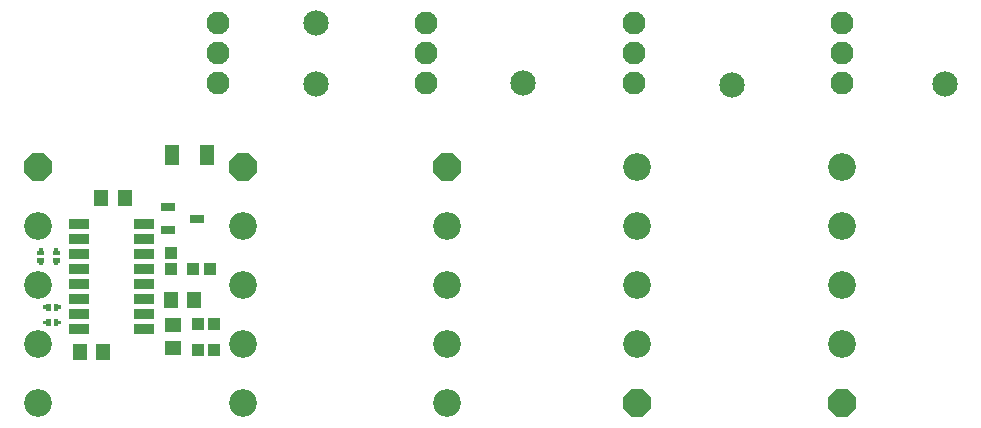
<source format=gbs>
G04*
G04 #@! TF.GenerationSoftware,Altium Limited,Altium Designer,20.2.7 (254)*
G04*
G04 Layer_Color=16711935*
%FSLAX25Y25*%
%MOIN*%
G70*
G04*
G04 #@! TF.SameCoordinates,A70D1E75-91AA-4FD3-A19C-EF1787EBCA39*
G04*
G04*
G04 #@! TF.FilePolarity,Negative*
G04*
G01*
G75*
%ADD21R,0.04528X0.05512*%
%ADD23R,0.04528X0.06890*%
%ADD26R,0.03937X0.03937*%
%ADD27R,0.05512X0.04528*%
%ADD29C,0.08465*%
%ADD30P,0.10014X8X112.5*%
%ADD31C,0.09252*%
%ADD32C,0.07677*%
%ADD49R,0.03937X0.03937*%
%ADD50R,0.07165X0.03583*%
%ADD51R,0.04528X0.02953*%
G36*
X67028Y49606D02*
X65650D01*
Y49016D01*
X64665D01*
Y47835D01*
X65650D01*
Y47244D01*
X67028D01*
Y49606D01*
D02*
G37*
G36*
X69587Y47835D02*
X70571D01*
Y49016D01*
X69587D01*
Y49606D01*
X68209D01*
Y47244D01*
X69587D01*
Y47835D01*
D02*
G37*
G36*
X65650Y54134D02*
X64665D01*
Y52953D01*
X65650D01*
Y52362D01*
X67028D01*
Y54724D01*
X65650D01*
Y54134D01*
D02*
G37*
G36*
X68209Y52362D02*
X69587D01*
Y52953D01*
X70571D01*
Y54134D01*
X69587D01*
Y54724D01*
X68209D01*
Y52362D01*
D02*
G37*
G36*
X62598Y69784D02*
Y68405D01*
X63189D01*
Y67421D01*
X64370D01*
Y68405D01*
X64961D01*
Y69784D01*
X62598D01*
D02*
G37*
G36*
X64370Y72342D02*
Y73327D01*
X63189D01*
Y72342D01*
X62598D01*
Y70965D01*
X64961D01*
Y72342D01*
X64370D01*
D02*
G37*
G36*
X68307Y68405D02*
Y67421D01*
X69488D01*
Y68405D01*
X70079D01*
Y69784D01*
X67716D01*
Y68405D01*
X68307D01*
D02*
G37*
G36*
X70079Y70965D02*
Y72342D01*
X69488D01*
Y73327D01*
X68307D01*
Y72342D01*
X67716D01*
Y70965D01*
X70079D01*
D02*
G37*
D21*
X91732Y89764D02*
D03*
X83858D02*
D03*
X107087Y55905D02*
D03*
X114961D02*
D03*
X84646Y38583D02*
D03*
X76772D02*
D03*
D23*
X119291Y104331D02*
D03*
X107480D02*
D03*
D26*
X107087Y71653D02*
D03*
Y66142D02*
D03*
D27*
X107874Y39764D02*
D03*
Y47638D02*
D03*
D29*
X365354Y127953D02*
D03*
X224508Y128189D02*
D03*
X294094Y127559D02*
D03*
X155561Y128032D02*
D03*
Y148189D02*
D03*
D30*
X330709Y21654D02*
D03*
X199311Y100394D02*
D03*
X262549Y21654D02*
D03*
X62992Y100394D02*
D03*
X131152D02*
D03*
D31*
X330709Y41339D02*
D03*
Y61024D02*
D03*
Y80709D02*
D03*
Y100394D02*
D03*
X199311Y80709D02*
D03*
Y61024D02*
D03*
Y41339D02*
D03*
Y21654D02*
D03*
X262549Y100394D02*
D03*
Y80709D02*
D03*
Y61024D02*
D03*
Y41339D02*
D03*
X62992Y21654D02*
D03*
Y41339D02*
D03*
Y61024D02*
D03*
Y80709D02*
D03*
X131152Y21654D02*
D03*
Y41339D02*
D03*
Y61024D02*
D03*
Y80709D02*
D03*
D32*
X122884Y148189D02*
D03*
Y138189D02*
D03*
Y128189D02*
D03*
X192159Y148189D02*
D03*
Y138189D02*
D03*
Y128189D02*
D03*
X261434Y148189D02*
D03*
Y138189D02*
D03*
Y128189D02*
D03*
X330709Y148189D02*
D03*
Y138189D02*
D03*
Y128189D02*
D03*
D49*
X121653Y48031D02*
D03*
X116142D02*
D03*
X121653Y39370D02*
D03*
X116142D02*
D03*
X114567Y66142D02*
D03*
X120079D02*
D03*
D50*
X76575Y46161D02*
D03*
Y51161D02*
D03*
Y56161D02*
D03*
Y61161D02*
D03*
Y66161D02*
D03*
Y71161D02*
D03*
Y76161D02*
D03*
Y81161D02*
D03*
X98228Y46161D02*
D03*
Y51161D02*
D03*
Y56161D02*
D03*
Y61161D02*
D03*
Y66161D02*
D03*
Y71161D02*
D03*
Y76161D02*
D03*
Y81161D02*
D03*
D51*
X115748Y83071D02*
D03*
X106299Y86811D02*
D03*
Y79331D02*
D03*
M02*

</source>
